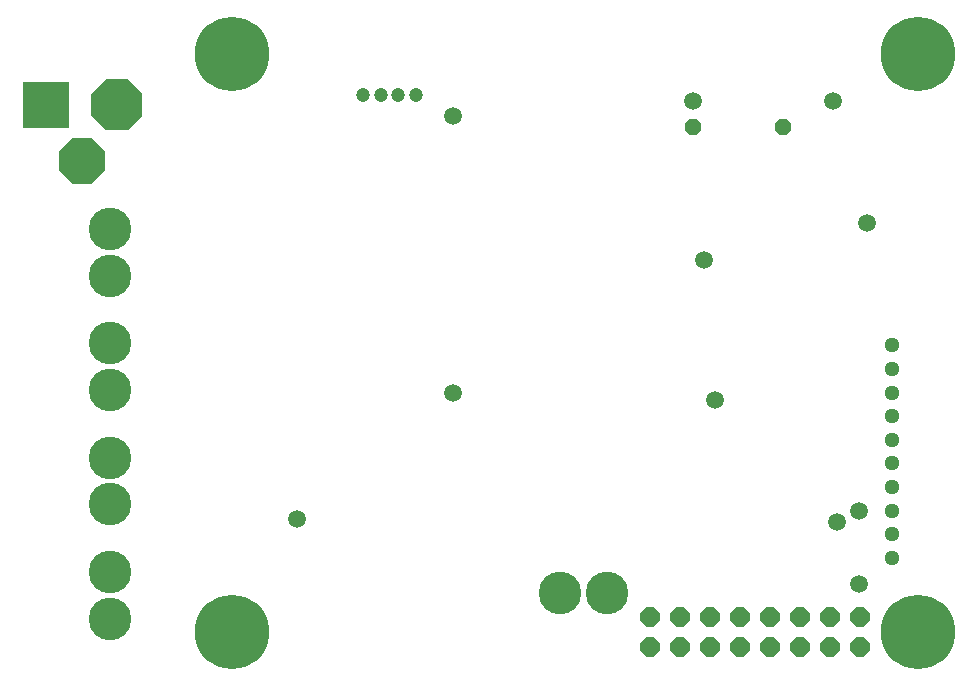
<source format=gbs>
G75*
%MOIN*%
%OFA0B0*%
%FSLAX24Y24*%
%IPPOS*%
%LPD*%
%AMOC8*
5,1,8,0,0,1.08239X$1,22.5*
%
%ADD10OC8,0.0520*%
%ADD11C,0.0473*%
%ADD12C,0.1418*%
%ADD13C,0.0512*%
%ADD14C,0.2481*%
%ADD15OC8,0.0640*%
%ADD16OC8,0.1542*%
%ADD17OC8,0.1700*%
%ADD18R,0.1542X0.1542*%
%ADD19C,0.0591*%
D10*
X025724Y020347D03*
X028724Y020347D03*
D11*
X016478Y021402D03*
X015888Y021402D03*
X015297Y021402D03*
X014707Y021402D03*
D12*
X006277Y003953D03*
X006277Y005512D03*
X006277Y007767D03*
X006277Y009326D03*
X006277Y011581D03*
X006277Y013140D03*
X006277Y015395D03*
X006277Y016954D03*
X021285Y004831D03*
X022844Y004831D03*
D13*
X032359Y005987D03*
X032359Y006775D03*
X032359Y007562D03*
X032359Y008349D03*
X032359Y009137D03*
X032359Y009924D03*
X032359Y010712D03*
X032359Y011499D03*
X032359Y012286D03*
X032359Y013074D03*
D14*
X033196Y003502D03*
X010361Y003502D03*
X010361Y022793D03*
X033196Y022793D03*
D15*
X031279Y004002D03*
X030279Y004002D03*
X029279Y004002D03*
X028279Y004002D03*
X027279Y004002D03*
X026279Y004002D03*
X025279Y004002D03*
X024279Y004002D03*
X024279Y003002D03*
X025279Y003002D03*
X026279Y003002D03*
X027279Y003002D03*
X028279Y003002D03*
X029279Y003002D03*
X030279Y003002D03*
X031279Y003002D03*
D16*
X005342Y019206D03*
D17*
X006523Y021095D03*
D18*
X004160Y021095D03*
D19*
X017719Y020726D03*
X025716Y021218D03*
X030391Y021218D03*
X031498Y017158D03*
X026085Y015928D03*
X026454Y011253D03*
X031252Y007562D03*
X030514Y007193D03*
X031252Y005101D03*
X017719Y011499D03*
X012506Y007295D03*
M02*

</source>
